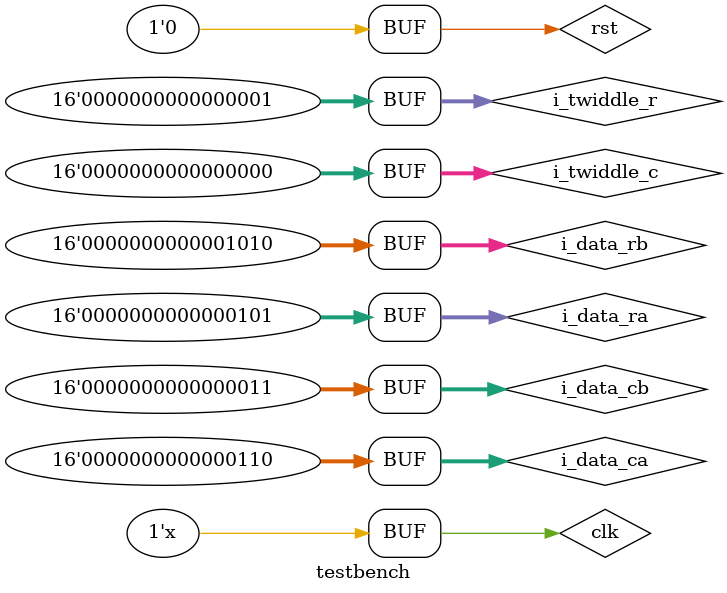
<source format=v>
`timescale 1ns / 1ps
`timescale 1ns / 1ps

module testbench;

	reg clk;
	reg rst;
	reg[4:0] valid_result;
	reg [15:0] i_data_ra;
	reg [15:0] i_data_ca;
	reg [15:0] i_data_rb;
	reg [15:0] i_data_cb;
	reg [15:0] i_twiddle_r;
	reg [15:0] i_twiddle_c;
	wire [15:0] o_data_ra;
	wire [15:0] o_data_ca;
	wire [15:0] o_data_rb;
	wire [15:0] o_data_cb;

	butterfly_unit butt(	clk,
								rst,
								i_data_ra,
								i_data_ca,
								i_data_rb,
								i_data_cb,
								i_twiddle_r,
								i_twiddle_c,
								o_data_ra,
								o_data_ca,
								o_data_rb,
								o_data_cb);
								
	initial begin
		clk = 0;
		rst = 1;
		#5 rst = 0;
		
		i_data_ra = 5;
		i_data_ca = 6;
		i_data_rb = 10;
		i_data_cb = 3;
		i_twiddle_r = 1;
		i_twiddle_c = 0;
		
		#20 valid_result[0] = (o_data_ra == i_data_ra+i_data_rb) && (o_data_rb == i_data_ra-i_data_rb) &&
								 (o_data_ca == i_data_ca+i_data_cb) && (o_data_cb == i_data_ca-i_data_cb);
		valid_result[1] = (o_data_ra == i_data_ra+i_data_rb);
		valid_result[2] = (o_data_rb == i_data_ra-i_data_rb);
		valid_result[3] = (o_data_ca == i_data_ca+i_data_cb);
		valid_result[4] = (o_data_cb == i_data_ca-i_data_cb);
	end

	always #5 clk = ~clk;

endmodule

</source>
